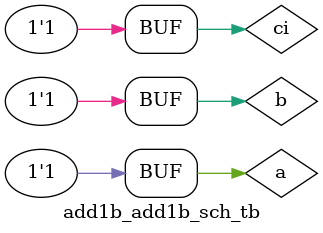
<source format=v>
module add1b_add1b_sch_tb();

// Inputs
   reg b;
   reg ci;
   reg a;

// Output
   wire r;
   wire co;

// Bidirs

// Instantiate the UUT
   add1b UUT (
		.b(b), 
		.ci(ci), 
		.r(r), 
		.co(co), 
		.a(a)
   );
// Initialize Inputs
initial begin
  ci = 0;
  b = 0;
  a = 0;
  // Wait 100ns for the simulator to finish initializing
  #99;
  a = 1;
  #1;
  if ((r == 1) && (co == 0))
    $display("okay 1");
  else
    $display("fail 1");
  // Wait 100ns for the simulator to finish initializing
  #99;
  a = 1;
  b = 1;
  ci =0;
  #1;
  if ((r == 0) && (co == 1))
    $display("okay 2");
  else
    $display("fail 2");
  // Wait 100ns for the simulator to finish initializing
  #99;
  ci = 1;
  b = 0;
  a = 0;
  #1;
  if ((r == 1) && (co == 0))
    $display("okay 3");
  else
    $display("fail 3");
  // Wait 100ns for the simulator to finish initializing
  #99;
  a = 1; 
  b = 1;
  ci = 1;
  #1;
  if ((r == 1) && (co == 1))
    $display("okay 4");
  else
    $display("fail 4");
end
endmodule
</source>
